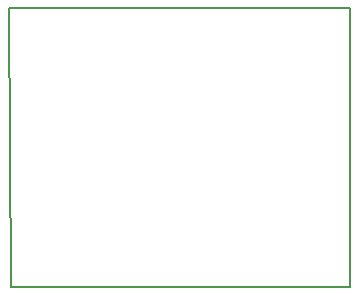
<source format=gbr>
G04 #@! TF.GenerationSoftware,KiCad,Pcbnew,(5.0.1)-rc2*
G04 #@! TF.CreationDate,2019-05-10T17:24:36-07:00*
G04 #@! TF.ProjectId,SAMD21E,53414D443231452E6B696361645F7063,rev?*
G04 #@! TF.SameCoordinates,Original*
G04 #@! TF.FileFunction,Profile,NP*
%FSLAX46Y46*%
G04 Gerber Fmt 4.6, Leading zero omitted, Abs format (unit mm)*
G04 Created by KiCad (PCBNEW (5.0.1)-rc2) date 5/10/2019 5:24:36 PM*
%MOMM*%
%LPD*%
G01*
G04 APERTURE LIST*
%ADD10C,0.150000*%
G04 APERTURE END LIST*
D10*
X143129000Y-90043000D02*
X161544000Y-90043000D01*
X143256000Y-113665000D02*
X143129000Y-90043000D01*
X171958000Y-113665000D02*
X143256000Y-113665000D01*
X171958000Y-90043000D02*
X171958000Y-113665000D01*
X161544000Y-90043000D02*
X171958000Y-90043000D01*
M02*

</source>
